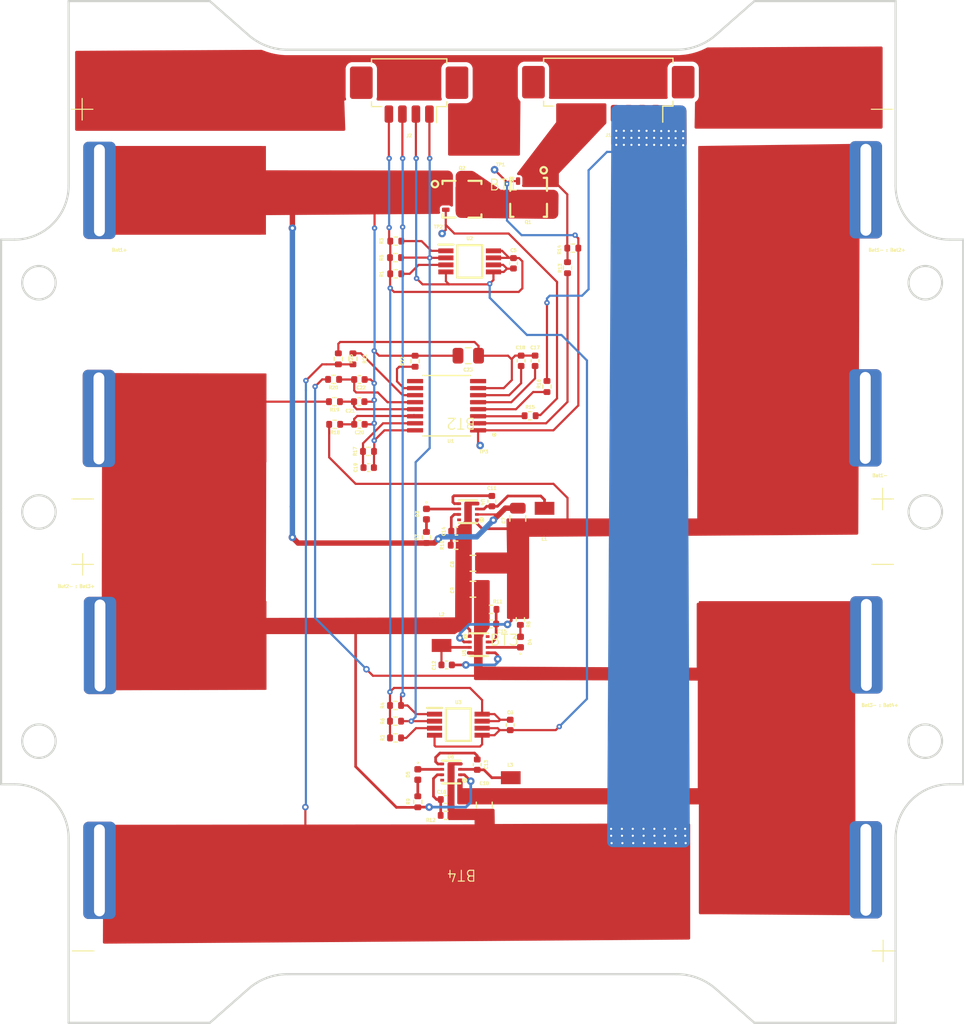
<source format=kicad_pcb>
(kicad_pcb (version 20240108) (generator "pcbnew") (generator_version "8.0")
  (layers (0 "F.Cu" signal) (31 "B.Cu" signal) (34 "B.Paste" user) (35 "F.Paste" user) (36 "B.SilkS" user "B.Silkscreen") (37 "F.SilkS" user "F.Silkscreen") (38 "B.Mask" user) (39 "F.Mask" user) (44 "Edge.Cuts" user))
  (net 0 "")
  (net 1 "/isen_sda")
  (net 2 "GND")
  (net 3 "Net-(U3-ALERT)")
  (net 4 "/BAT1+")
  (net 5 "Net-(U1-CDT)")
  (net 6 "Net-(U1-VSS)")
  (net 7 "Net-(U1-CCT)")
  (net 8 "Net-(U1-VC1)")
  (net 9 "Net-(U1-VC2)")
  (net 10 "Net-(U1-VC3)")
  (net 11 "Net-(U1-VC4)")
  (net 12 "/PAK-")
  (net 13 "/PAK+")
  (net 14 "Net-(Q1-D)")
  (net 15 "Net-(Q1-G)")
  (net 16 "Net-(Q2-G)")
  (net 17 "Net-(U1-VMP)")
  (net 18 "Net-(U1-DOP)")
  (net 19 "Net-(U1-VINI)")
  (net 20 "Net-(U1-CTL)")
  (net 21 "Net-(U1-SEL)")
  (net 24 "/BAT1-")
  (net 25 "/vcc")
  (net 26 "/isen_scl")
  (net 27 "Net-(U2-ALERT)")
  (net 28 "/BAT2-")
  (net 29 "/BAT3-")
  (net 30 "Net-(D5-K)")
  (net 31 "Net-(U6-ISET)")
  (net 32 "Net-(U6-BIAS)")
  (net 34 "Net-(U6-SW)")
  (net 35 "Net-(D4-K)")
  (net 36 "Net-(U5-ISET)")
  (net 38 "Net-(U5-SW)")
  (net 39 "Net-(U5-BIAS)")
  (net 40 "Net-(U4-BIAS)")
  (net 41 "Net-(D3-K)")
  (net 43 "Net-(U4-ISET)")
  (net 44 "Net-(U4-SW)")
  (net 45 "Net-(D3-A)")
  (net 46 "Net-(D4-A)")
  (net 47 "Net-(D5-A)")
  (footprint "Resistor_SMD:R_0402_1005Metric" (layer "F.Cu") (at 122.86 91.596291 180)
    (property "Reference" "R18")
    (property "Value" "1k")
  )
  (footprint "Resistor_SMD:R_0402_1005Metric" (layer "F.Cu") (at 131.35 102.06 -90)
    (property "Reference" "R7")
    (property "Value" "1.8k")
  )
  (footprint "Resistor_SMD:R_0402_1005Metric" (layer "F.Cu") (at 140.9418 90.8)
    (property "Reference" "R15")
    (property "Value" "4.7k")
  )
  (footprint "LED_SMD:LED_0402_1005Metric" (layer "F.Cu") (at 131.35 99.9 -90)
    (property "Reference" "D3")
    (property "Value" "LED")
  )
  (footprint "Capacitor_SMD:C_0402_1005Metric" (layer "F.Cu") (at 125.15 87.45 180)
    (property "Reference" "C22")
    (property "Value" "0.1uF")
  )
  (footprint "SSS Footprint Library:INDC 2016 X100" (layer "F.Cu") (at 142.275 100.225 90)
    (property "Reference" "L1")
    (property "Value" "1uH")
  )
  (footprint "Resistor_SMD:R_0402_1005Metric" (layer "F.Cu") (at 128.515 74.65 180)
    (property "Reference" "R3")
    (property "Value" "4.7k")
  )
  (footprint "Resistor_SMD:R_0402_1005Metric" (layer "F.Cu") (at 142.5 88.1 -90)
    (property "Reference" "R16")
    (property "Value" "1k")
  )
  (footprint "Resistor_SMD:R_0402_1005Metric" (layer "F.Cu") (at 137.32 108.71 180)
    (property "Reference" "R11")
    (property "Value" "200k")
  )
  (footprint "Capacitor_SMD:C_0402_1005Metric" (layer "F.Cu") (at 140.1092 85.72 90)
    (property "Reference" "C18")
    (property "Value" "0.1uF")
  )
  (footprint "Capacitor_SMD:C_0402_1005Metric" (layer "F.Cu") (at 139.4 76.7 -90)
    (property "Reference" "C5")
    (property "Value" "100nF")
  )
  (footprint "SSS Footprint Library:TM275 nw" (layer "F.Cu") (at 135.35 76.525)
    (property "Reference" "U2")
    (property "Value" "TMP275" (hide yes))
  )
  (footprint "Capacitor_SMD:C_0402_1005Metric" (layer "F.Cu") (at 125.15 91.596291 180)
    (property "Reference" "C20")
    (property "Value" "0.1uF")
  )
  (footprint "Resistor_SMD:R_0402_1005Metric" (layer "F.Cu") (at 144.89 75.3 180)
    (property "Reference" "R14")
    (property "Value" "1M")
  )
  (footprint "Connector_Molex:Molex_PicoBlade_53261-0871_1x08-1MP_P1.25mm_Horizontal" (layer "F.Cu") (at 148.175 60.45 180)
    (property "Reference" "J1")
    (property "Value" "53261-0871")
  )
  (footprint "SSS Footprint Library:SSS ETA3000D21" (layer "F.Cu") (at 132.3325 123.7575 90)
    (property "Reference" "U6")
    (property "Value" "ETA3000D2I")
  )
  (footprint "Resistor_SMD:R_0402_1005Metric" (layer "F.Cu") (at 124.55 85.54 -90)
    (property "Reference" "R21")
    (property "Value" "1k")
  )
  (footprint "Resistor_SMD:R_0402_1005Metric" (layer "F.Cu") (at 133.175 127.765)
    (property "Reference" "R12")
    (property "Value" "200k")
  )
  (footprint "Resistor_SMD:R_0402_1005Metric" (layer "F.Cu") (at 144.4 77.11 90)
    (property "Reference" "R13")
    (property "Value" "4.7k")
  )
  (footprint "SSS Footprint Library:SSS ETA3000D21" (layer "F.Cu") (at 133.895 99.68 90)
    (property "Reference" "U4")
    (property "Value" "ETA3000D2I")
  )
  (footprint "Resistor_SMD:R_0402_1005Metric" (layer "F.Cu") (at 128.49 119.05 180)
    (property "Reference" "R6")
    (property "Value" "4.7k")
  )
  (footprint "Capacitor_SMD:C_0402_1005Metric" (layer "F.Cu") (at 125.13 89.5 180)
    (property "Reference" "C21")
    (property "Value" "0.1uF")
  )
  (footprint "Resistor_SMD:R_0402_1005Metric" (layer "F.Cu") (at 128.49 120.6 180)
    (property "Reference" "R2")
    (property "Value" "4.7k")
  )
  (footprint "Capacitor_SMD:C_0402_1005Metric" (layer "F.Cu") (at 126.01 95.6 180)
    (property "Reference" "C19")
    (property "Value" "0.1uF")
  )
  (footprint "SSS Footprint Library:SSS_0402_PMOS" (layer "F.Cu") (at 140.8 70.6 -90)
    (property "Reference" "Q1")
    (property "Value" "AONR21321")
  )
  (footprint "Capacitor_SMD:C_0805_2012Metric" (layer "F.Cu") (at 135.22 85.25)
    (property "Reference" "C23")
    (property "Value" "10uF")
  )
  (footprint "Capacitor_SMD:C_0805_2012Metric" (layer "F.Cu") (at 135.65 106.85)
    (property "Reference" "C9")
    (property "Value" "10uF")
  )
  (footprint "SSS Footprint Library:SSS ETA3000D21" (layer "F.Cu") (at 137.486117 111.975 -90)
    (property "Reference" "U5")
    (property "Value" "ETA3000D2I")
  )
  (footprint "Resistor_SMD:R_0402_1005Metric" (layer "F.Cu") (at 128.49 76.175 180)
    (property "Reference" "R5")
    (property "Value" "4.7k")
  )
  (footprint "Capacitor_SMD:C_0805_2012Metric" (layer "F.Cu") (at 136.7 126.8 -90)
    (property "Reference" "C10")
    (property "Value" "10uF")
  )
  (footprint "SSS Footprint Library:TM275 nw" (layer "F.Cu") (at 134.3 119.375)
    (property "Reference" "U3")
    (property "Value" "TMP275" (hide yes))
  )
  (footprint "SSS Footprint Library:INDC 2016 X100" (layer "F.Cu") (at 132.75 111.19 -90)
    (property "Reference" "L2")
    (property "Value" "1uH")
  )
  (footprint "LED_SMD:LED_0402_1005Metric" (layer "F.Cu") (at 140.05 111.735 90)
    (property "Reference" "D4")
    (property "Value" "LED")
  )
  (footprint "Capacitor_SMD:C_0402_1005Metric" (layer "F.Cu") (at 133.15 126.29 180)
    (property "Reference" "C16")
    (property "Value" "1nF")
  )
  (footprint "Resistor_SMD:R_0402_1005Metric" (layer "F.Cu") (at 130.55 126.51 -90)
    (property "Reference" "R9")
    (property "Value" "1.8k")
  )
  (footprint "Resistor_SMD:R_0402_1005Metric" (layer "F.Cu") (at 128.51 77.675 180)
    (property "Reference" "R1")
    (property "Value" "4.7k")
  )
  (footprint "SSS Lib:bat tabs" (layer "F.Cu") (at 138.5 69.955)
    (property "Reference" "BT1")
    (property "Value" "Battery_Cell")
  )
  (footprint "Capacitor_SMD:C_0402_1005Metric" (layer "F.Cu") (at 133.22 113.85)
    (property "Reference" "C12")
    (property "Value" "10nF")
  )
  (footprint "Resistor_SMD:R_0402_1005Metric" (layer "F.Cu") (at 125.99 94.1)
    (property "Reference" "R17")
    (property "Value" "1k")
  )
  (footprint "Connector_Molex:Molex_PicoBlade_53261-0471_1x04-1MP_P1.25mm_Horizontal" (layer "F.Cu") (at 129.75 60.5 180)
    (property "Reference" "J2")
    (property "Value" "Conn_01x04_Pin")
  )
  (footprint "Resistor_SMD:R_0402_1005Metric" (layer "F.Cu") (at 122.84 89.5 180)
    (property "Reference" "R19")
    (property "Value" "1k")
  )
  (footprint "Capacitor_SMD:C_0402_1005Metric" (layer "F.Cu") (at 141.4 85.72 90)
    (property "Reference" "C17")
    (property "Value" "0.1uF")
  )
  (footprint "Resistor_SMD:R_0402_1005Metric" (layer "F.Cu") (at 134.105 102.7775)
    (property "Reference" "R10")
    (property "Value" "200k")
  )
  (footprint "Resistor_SMD:R_0402_1005Metric" (layer "F.Cu") (at 130.3 85.76 90)
    (property "Reference" "R22")
    (property "Value" "1k")
  )
  (footprint "SSS Footprint Library:INDC 2016 X100" (layer "F.Cu") (at 139.15 125.14 90)
    (property "Reference" "L3")
    (property "Value" "1uH")
  )
  (footprint "SSS Lib:bat tabs" (layer "F.Cu") (at 134.6 132.8 180)
    (property "Reference" "BT4")
    (property "Value" "Battery_Cell")
  )
  (footprint "Capacitor_SMD:C_0402_1005Metric" (layer "F.Cu") (at 134.13 101.4775 180)
    (property "Reference" "C14")
    (property "Value" "1nF")
  )
  (footprint "Capacitor_SMD:C_0402_1005Metric" (layer "F.Cu") (at 136.05 123.07 -90)
    (property "Reference" "C13")
    (property "Value" "10nF")
  )
  (footprint "LED_SMD:LED_0402_1005Metric" (layer "F.Cu") (at 130.55 123.985 -90)
    (property "Reference" "D5")
    (property "Value" "LED")
  )
  (footprint "Capacitor_SMD:C_0402_1005Metric" (layer "F.Cu") (at 137.32 110.06)
    (property "Reference" "C15")
    (property "Value" "1nF")
  )
  (footprint "SSS Footprint Library:S-8254A (2)" (layer "F.Cu") (at 133.215 89.875 180)
    (property "Reference" "U1")
    (property "Value" "S-8254A")
  )
  (footprint "Resistor_SMD:R_0402_1005Metric" (layer "F.Cu") (at 123.2 85.54 -90)
    (property "Reference" "R23")
    (property "Value" "10")
  )
  (footprint "Resistor_SMD:R_0402_1005Metric" (layer "F.Cu") (at 140.038883 109.635 90)
    (property "Reference" "R8")
    (property "Value" "1.8k")
  )
  (footprint "SSS Lib:bat tabs" (layer "F.Cu") (at 138.55 112.05)
    (property "Reference" "BT3")
    (property "Value" "Battery_Cell")
  )
  (footprint "SSS Lib:bat tabs" (layer "F.Cu") (at 134.55 91 180)
    (property "Reference" "BT2")
    (property "Value" "Battery_Cell")
  )
  (footprint "Capacitor_SMD:C_0402_1005Metric" (layer "F.Cu") (at 139.1 119.4 -90)
    (property "Reference" "C6")
    (property "Value" "100nF")
  )
  (footprint "Capacitor_SMD:C_0805_2012Metric" (layer "F.Cu") (at 139.8 100.3 -90)
    (property "Reference" "C7")
    (property "Value" "10uF")
  )
  (footprint "SSS Footprint Library:SSS_0402_PMOS" (layer "F.Cu") (at 134.636855 70.775)
    (property "Reference" "Q2")
    (property "Value" "AONR21321")
  )
  (footprint "Capacitor_SMD:C_0402_1005Metric" (layer "F.Cu") (at 137.4 98.7 -90)
    (property "Reference" "C11")
    (property "Value" "10nF")
  )
  (footprint "Resistor_SMD:R_0402_1005Metric" (layer "F.Cu") (at 128.49 117.6 180)
    (property "Reference" "R4")
    (property "Value" "4.7k")
  )
  (footprint "Resistor_SMD:R_0402_1005Metric" (layer "F.Cu") (at 122.76 87.44 180)
    (property "Reference" "R20")
    (property "Value" "1k")
  )
  (footprint "Capacitor_SMD:C_0805_2012Metric" (layer "F.Cu") (at 135.65 104.45 180)
    (property "Reference" "C8")
    (property "Value" "10uF")
  )
  (gr_circle (center 177.5 120.9) (end 177.5 119.35) (stroke (width 0.2)) (fill none) (layer "Edge.Cuts"))
  (gr_line (start 158.126902 55.58084) (end 161.688521 52.45) (stroke (width 0.2)) (layer "Edge.Cuts"))
  (gr_line (start 98.25 52.45) (end 111.311479 52.45) (stroke (width 0.2)) (layer "Edge.Cuts"))
  (gr_line (start 111.311479 52.45) (end 114.873095 55.580838) (stroke (width 0.2)) (layer "Edge.Cuts"))
  (gr_line (start 161.688521 52.45) (end 174.75 52.45) (stroke (width 0.2)) (layer "Edge.Cuts"))
  (gr_arc (start 158.126902 55.58084) (mid 156.442417 56.593918) (end 154.509274 56.95) (stroke (width 0.2)) (layer "Edge.Cuts"))
  (gr_line (start 111.311479 146.95) (end 114.873134 143.819128) (stroke (width 0.2)) (layer "Edge.Cuts"))
  (gr_line (start 174.75 146.95) (end 174.75 129.888521) (stroke (width 0.2)) (layer "Edge.Cuts"))
  (gr_circle (center 177.5 78.5) (end 177.5 76.95) (stroke (width 0.2)) (fill none) (layer "Edge.Cuts"))
  (gr_circle (center 95.5 99.7) (end 95.5 98.15) (stroke (width 0.2)) (fill none) (layer "Edge.Cuts"))
  (gr_circle (center 95.5 120.9) (end 95.5 119.35) (stroke (width 0.2)) (fill none) (layer "Edge.Cuts"))
  (gr_line (start 161.688521 146.95) (end 174.75 146.95) (stroke (width 0.2)) (layer "Edge.Cuts"))
  (gr_arc (start 98.25 69.51148) (mid 96.785534 73.047014) (end 93.25 74.51148) (stroke (width 0.2)) (layer "Edge.Cuts"))
  (gr_line (start 98.25 146.95) (end 111.311479 146.95) (stroke (width 0.2)) (layer "Edge.Cuts"))
  (gr_arc (start 114.873134 143.819128) (mid 116.563984 142.803652) (end 118.50437 142.45) (stroke (width 0.2)) (layer "Edge.Cuts"))
  (gr_line (start 92 99.7) (end 92 74.511479) (stroke (width 0.2)) (layer "Edge.Cuts"))
  (gr_line (start 181 124.888521) (end 181 99.7) (stroke (width 0.2)) (layer "Edge.Cuts"))
  (gr_line (start 98.25 69.51148) (end 98.25 52.45) (stroke (width 0.2)) (layer "Edge.Cuts"))
  (gr_line (start 158.126866 143.819128) (end 161.688521 146.95) (stroke (width 0.2)) (layer "Edge.Cuts"))
  (gr_circle (center 95.5 78.5) (end 95.5 76.95) (stroke (width 0.2)) (fill none) (layer "Edge.Cuts"))
  (gr_line (start 179.749999 124.888521) (end 181 124.888521) (stroke (width 0.2)) (layer "Edge.Cuts"))
  (gr_line (start 181 74.511479) (end 181 99.7) (stroke (width 0.2)) (layer "Edge.Cuts"))
  (gr_arc (start 93.25 124.888521) (mid 96.785534 126.352987) (end 98.25 129.88852) (stroke (width 0.2)) (layer "Edge.Cuts"))
  (gr_line (start 118.50437 142.45) (end 154.495629 142.45) (stroke (width 0.2)) (layer "Edge.Cuts"))
  (gr_arc (start 179.75 74.511479) (mid 176.214467 73.047013) (end 174.75 69.51148) (stroke (width 0.2)) (layer "Edge.Cuts"))
  (gr_circle (center 177.5 99.7) (end 177.5 98.15) (stroke (width 0.2)) (fill none) (layer "Edge.Cuts"))
  (gr_arc (start 154.495629 142.45) (mid 156.436015 142.803652) (end 158.126866 143.819128) (stroke (width 0.2)) (layer "Edge.Cuts"))
  (gr_line (start 174.75 52.45) (end 174.75 69.51148) (stroke (width 0.2)) (layer "Edge.Cuts"))
  (gr_line (start 118.50443 56.95) (end 154.509274 56.95) (stroke (width 0.2)) (layer "Edge.Cuts"))
  (gr_arc (start 118.50443 56.95) (mid 116.563992 56.596339) (end 114.873095 55.580838) (stroke (width 0.2)) (layer "Edge.Cuts"))
  (gr_line (start 98.25 129.88852) (end 98.25 146.95) (stroke (width 0.2)) (layer "Edge.Cuts"))
  (gr_arc (start 174.75 129.888521) (mid 176.214466 126.352987) (end 179.749999 124.888521) (stroke (width 0.2)) (layer "Edge.Cuts"))
  (gr_line (start 92 74.511479) (end 93.25 74.511479) (stroke (width 0.2)) (layer "Edge.Cuts"))
  (gr_line (start 92 124.888521) (end 93.25 124.888521) (stroke (width 0.2)) (layer "Edge.Cuts"))
  (gr_line (start 93.25 74.51148) (end 93.25 74.511479) (stroke (width 0.2)) (layer "Edge.Cuts"))
  (gr_line (start 179.75 74.511479) (end 181 74.511479) (stroke (width 0.2)) (layer "Edge.Cuts"))
  (gr_line (start 92 99.7) (end 92 124.888521) (stroke (width 0.2)) (layer "Edge.Cuts"))
  (gr_text "Bat1-" (at 172.55 96.5 0) (layer "F.SilkS") (effects (font (size 0.3 0.3) (thickness 0.3) (bold yes)) (justify left bottom)))
  (gr_text "Bat1+" (at 102.2 75.65 0) (layer "F.SilkS") (effects (font (size 0.3 0.3) (thickness 0.3) (bold yes)) (justify left bottom)))
  (gr_text "TP3" (at 136.2 94.3 0) (layer "F.SilkS") (effects (font (size 0.3 0.3) (thickness 0.075) (bold yes)) (justify left bottom)))
  (gr_text "TP2" (at 132 73.5 0) (layer "F.SilkS") (effects (font (size 0.3 0.3) (thickness 0.075) (bold yes)) (justify left bottom)))
  (gr_text "TP1" (at 137.75 67.75 0) (layer "F.SilkS") (effects (font (size 0.3 0.3) (thickness 0.075) (bold yes)) (justify left bottom)))
  (gr_text "Bat3- : Bat4+" (at 171.55 117.75 0) (layer "F.SilkS") (effects (font (size 0.3 0.3) (thickness 0.3)) (justify left bottom)))
  (gr_text "Bat1- : Bat2+" (at 172.2 75.65 0) (layer "F.SilkS") (effects (font (size 0.3 0.3) (thickness 0.3)) (justify left bottom)))
  (gr_text "Bat2- : Bat3+" (at 97.2 106.75 0) (layer "F.SilkS") (effects (font (size 0.3 0.3) (thickness 0.3)) (justify left bottom)))
  (segment (start 129 116.75) (end 129 117.6) (width 0.2) (layer "F.Cu") (net 1))
  (segment (start 129.15 73.35) (end 129.15 74.525) (width 0.2) (layer "F.Cu") (net 1))
  (segment (start 129.6 117.6) (end 130.4 118.4) (width 0.2) (layer "F.Cu") (net 1))
  (segment (start 129.15 116.6) (end 129 116.75) (width 0.2) (layer "F.Cu") (net 1))
  (segment (start 130.9 74.65) (end 129.025 74.65) (width 0.2) (layer "F.Cu") (net 1))
  (segment (start 129 117.6) (end 129.6 117.6) (width 0.2) (layer "F.Cu") (net 1))
  (segment (start 129.15 74.525) (end 129.025 74.65) (width 0.2) (layer "F.Cu") (net 1))
  (segment (start 129.125 66.975) (end 129.125 62.9) (width 0.2) (layer "F.Cu") (net 1))
  (segment (start 130.4 118.4) (end 132.1 118.4) (width 0.2) (layer "F.Cu") (net 1))
  (segment (start 129.175 74.5) (end 129.025 74.65) (width 0.2) (layer "F.Cu") (net 1))
  (segment (start 129.15 67) (end 129.125 66.975) (width 0.2) (layer "F.Cu") (net 1))
  (segment (start 131.8 75.55) (end 133.15 75.55) (width 0.2) (layer "F.Cu") (net 1))
  (segment (start 131.8 75.55) (end 130.9 74.65) (width 0.2) (layer "F.Cu") (net 1))
  (via (at 129.15 67) (size 0.5) (drill 0.2) (layers "F.Cu" "B.Cu") (net 1))
  (via (at 129.15 73.35) (size 0.5) (drill 0.2) (layers "F.Cu" "B.Cu") (net 1))
  (via (at 129.15 116.6) (size 0.5) (drill 0.2) (layers "F.Cu" "B.Cu") (net 1))
  (segment (start 129.15 73.25) (end 129.15 73.35) (width 0.2) (layer "B.Cu") (net 1))
  (segment (start 129.15 116.6) (end 129.15 73.35) (width 0.2) (layer "B.Cu") (net 1))
  (segment (start 129.15 67) (end 129.15 73.25) (width 0.2) (layer "B.Cu") (net 1))
  (segment (start 133.14 78.35) (end 133.44 78.65) (width 0.2) (layer "F.Cu") (net 2))
  (segment (start 138.12 119.88) (end 139.1 119.88) (width 0.2) (layer "F.Cu") (net 2))
  (segment (start 137.55 76.85) (end 138.45 76.85) (width 0.2) (layer "F.Cu") (net 2))
  (segment (start 143.31 119.88) (end 139.1 119.88) (width 0.2) (layer "F.Cu") (net 2))
  (segment (start 132.1 120.35) (end 132.1 121.3) (width 0.2) (layer "F.Cu") (net 2))
  (segment (start 136.5 120.35) (end 137.65 120.35) (width 0.2) (layer "F.Cu") (net 2))
  (segment (start 133.15 77.5) (end 133.15 78.35) (width 0.2) (layer "F.Cu") (net 2))
  (segment (start 137.65 120.35) (end 138.12 119.88) (width 0.2) (layer "F.Cu") (net 2))
  (segment (start 136.5 120.35) (end 136.5 121.2) (width 0.2) (layer "F.Cu") (net 2))
  (segment (start 132.2 121.4) (end 132.1 121.3) (width 0.2) (layer "F.Cu") (net 2))
  (segment (start 137.14 78.65) (end 133.44 78.65) (width 0.2) (layer "F.Cu") (net 2))
  (segment (start 137.55 77.5) (end 137.55 78.25) (width 0.2) (layer "F.Cu") (net 2))
  (segment (start 137.54 78.25) (end 137.14 78.65) (width 0.2) (layer "F.Cu") (net 2))
  (segment (start 137.55 77.5) (end 138.5 77.5) (width 0.2) (layer "F.Cu") (net 2))
  (segment (start 138.8 77.2) (end 139.38 77.2) (width 0.2) (layer "F.Cu") (net 2))
  (segment (start 136.3 121.4) (end 132.2 121.4) (width 0.2) (layer "F.Cu") (net 2))
  (segment (start 136.5 119.7) (end 137.94 119.7) (width 0.2) (layer "F.Cu") (net 2))
  (segment (start 136.5 121.2) (end 136.3 121.4) (width 0.2) (layer "F.Cu") (net 2))
  (segment (start 137.94 119.7) (end 138.12 119.88) (width 0.2) (layer "F.Cu") (net 2))
  (segment (start 138.5 77.5) (end 138.8 77.2) (width 0.2) (layer "F.Cu") (net 2))
  (segment (start 130.99 78.65) (end 133.44 78.65) (width 0.2) (layer "F.Cu") (net 2))
  (segment (start 130.44 78.1) (end 130.99 78.65) (width 0.2) (layer "F.Cu") (net 2))
  (segment (start 139.38 77.2) (end 139.4 77.18) (width 0.2) (layer "F.Cu") (net 2))
  (segment (start 143.635 119.555) (end 143.31 119.88) (width 0.2) (layer "F.Cu") (net 2))
  (segment (start 138.45 76.85) (end 138.8 77.2) (width 0.2) (layer "F.Cu") (net 2))
  (segment (start 130.4 67) (end 130.375 66.975) (width 0.2) (layer "F.Cu") (net 2))
  (segment (start 130.375 66.975) (end 130.375 62.9) (width 0.2) (layer "F.Cu") (net 2))
  (via (at 130.4 67) (size 0.5) (drill 0.2) (layers "F.Cu" "B.Cu") (net 2))
  (via (at 143.635 119.555) (size 0.5) (drill 0.2) (layers "F.Cu" "B.Cu") (net 2))
  (via (at 137.202775 78.597434) (size 0.5) (drill 0.2) (layers "F.Cu" "B.Cu") (net 2))
  (via (at 130.44 78.1) (size 0.5) (drill 0.2) (layers "F.Cu" "B.Cu") (net 2))
  (segment (start 143.839318 83.33) (end 140.645341 83.33) (width 0.2) (layer "B.Cu") (net 2))
  (segment (start 140.645341 83.33) (end 137.202775 79.887434) (width 0.2) (layer "B.Cu") (net 2))
  (segment (start 143.635 119.555) (end 146.2 116.99) (width 0.2) (layer "B.Cu") (net 2))
  (segment (start 137.202775 79.887434) (end 137.202775 78.597434) (width 0.2) (layer "B.Cu") (net 2))
  (segment (start 130.4 78.05) (end 130.4 67) (width 0.2) (layer "B.Cu") (net 2))
  (segment (start 146.2 85.690682) (end 143.839318 83.33) (width 0.2) (layer "B.Cu") (net 2))
  (segment (start 146.2 116.99) (end 146.2 85.690682) (width 0.2) (layer "B.Cu") (net 2))
  (segment (start 132.1 119.7) (end 130.38 119.7) (width 0.2) (layer "F.Cu") (net 3))
  (segment (start 130.38 119.7) (end 129.48 120.6) (width 0.2) (layer "F.Cu") (net 3))
  (segment (start 129.48 120.6) (end 129 120.6) (width 0.2) (layer "F.Cu") (net 3))
  (segment (start 127.466291 92.15) (end 126.52 93.096291) (width 0.2) (layer "F.Cu") (net 4))
  (segment (start 126.52 93.096291) (end 126.52 94.08) (width 0.2) (layer "F.Cu") (net 4))
  (segment (start 118.95 70.4) (end 118.9 70.35) (width 0.5) (layer "F.Cu") (net 4))
  (segment (start 132.45 102.2) (end 132.0725 102.5775) (width 0.5) (layer "F.Cu") (net 4))
  (segment (start 131.3425 102.5775) (end 131.35 102.57) (width 0.5) (layer "F.Cu") (net 4))
  (segment (start 118.95 102.05) (end 119.4775 102.5775) (width 0.5) (layer "F.Cu") (net 4))
  (segment (start 126.52 84.8) (end 126.97 85.25) (width 0.2) (layer "F.Cu") (net 4))
  (segment (start 126.423709 91.596291) (end 125.63 91.596291) (width 0.2) (layer "F.Cu") (net 4))
  (segment (start 118.95 73.45) (end 118.95 70.4) (width 0.5) (layer "F.Cu") (net 4))
  (segment (start 126.18 87.45) (end 126.52 87.79) (width 0.2) (layer "F.Cu") (net 4))
  (segment (start 138.075 99.925) (end 138.65 99.35) (width 0.5) (layer "F.Cu") (net 4))
  (segment (start 126.52 94.08) (end 126.5 94.1) (width 0.2) (layer "F.Cu") (net 4))
  (segment (start 138.07 99.93) (end 138.075 99.925) (width 0.2) (layer "F.Cu") (net 4))
  (segment (start 132.0725 102.5775) (end 132.065 102.57) (width 0.5) (layer "F.Cu") (net 4))
  (segment (start 125.63 87.45) (end 126.18 87.45) (width 0.2) (layer "F.Cu") (net 4))
  (segment (start 138.65 99.35) (end 139.8 99.35) (width 0.5) (layer "F.Cu") (net 4))
  (segment (start 126.37 89.5) (end 125.61 89.5) (width 0.2) (layer "F.Cu") (net 4))
  (segment (start 136.02 99.93) (end 138.07 99.93) (width 0.2) (layer "F.Cu") (net 4))
  (segment (start 132.065 102.57) (end 131.35 102.57) (width 0.5) (layer "F.Cu") (net 4))
  (segment (start 130.3 85.25) (end 126.97 85.25) (width 0.2) (layer "F.Cu") (net 4))
  (segment (start 126.5 94.1) (end 126.5 95.59) (width 0.2) (layer "F.Cu") (net 4))
  (segment (start 126.55 73.45) (end 126.55 70.7) (width 0.2) (layer "F.Cu") (net 4))
  (segment (start 119.4775 102.5775) (end 131.3425 102.5775) (width 0.5) (layer "F.Cu") (net 4))
  (segment (start 130.3 92.15) (end 127.466291 92.15) (width 0.2) (layer "F.Cu") (net 4))
  (segment (start 134.27 85.25) (end 130.3 85.25) (width 0.2) (layer "F.Cu") (net 4))
  (segment (start 126.52 89.35) (end 126.37 89.5) (width 0.2) (layer "F.Cu") (net 4))
  (segment (start 126.52 91.5) (end 126.423709 91.596291) (width 0.2) (layer "F.Cu") (net 4))
  (segment (start 137.54 100.46) (end 138.075 99.925) (width 0.5) (layer "F.Cu") (net 4))
  (via (at 126.52 84.8) (size 0.5) (drill 0.2) (layers "F.Cu" "B.Cu") (net 4))
  (via (at 132.45 102.2) (size 0.7) (drill 0.3) (layers "F.Cu" "B.Cu") (net 4))
  (via (at 118.95 102.05) (size 0.7) (drill 0.3) (layers "F.Cu" "B.Cu") (net 4))
  (via (at 126.55 73.45) (size 0.5) (drill 0.2) (layers "F.Cu" "B.Cu") (net 4))
  (via (at 118.95 73.45) (size 0.7) (drill 0.3) (layers "F.Cu" "B.Cu") (net 4))
  (via (at 137.54 100.46) (size 0.7) (drill 0.3) (layers "F.Cu" "B.Cu") (net 4))
  (via (at 126.52 93.096291) (size 0.5) (drill 0.2) (layers "F.Cu" "B.Cu") (net 4))
  (via (at 126.52 87.8) (size 0.5) (drill 0.2) (layers "F.Cu" "B.Cu") (net 4))
  (via (at 126.52 91.5) (size 0.5) (drill 0.2) (layers "F.Cu" "B.Cu") (net 4))
  (via (at 126.52 89.35) (size 0.5) (drill 0.2) (layers "F.Cu" "B.Cu") (net 4))
  (segment (start 126.55 84.77) (end 126.52 84.8) (width 0.2) (layer "B.Cu") (net 4))
  (segment (start 118.95 102.05) (end 118.95 99.2) (width 0.5) (layer "B.Cu") (net 4))
  (segment (start 126.52 87.8) (end 126.52 89.35) (width 0.2) (layer "B.Cu") (net 4))
  (segment (start 126.52 91.5) (end 126.52 89.35) (width 0.2) (layer "B.Cu") (net 4))
  (segment (start 136 102) (end 137.54 100.46) (width 0.5) (layer "B.Cu") (net 4))
  (segment (start 126.55 73.45) (end 126.55 84.77) (width 0.2) (layer "B.Cu") (net 4))
  (segment (start 126.47 91.45) (end 126.47 91.421291) (width 0.2) (layer "B.Cu") (net 4))
  (segment (start 126.52 91.5) (end 126.47 91.45) (width 0.2) (layer "B.Cu") (net 4))
  (segment (start 126.52 91.5) (end 126.52 93.096291) (width 0.2) (layer "B.Cu") (net 4))
  (segment (start 132.65 102) (end 136 102) (width 0.5) (layer "B.Cu") (net 4))
  (segment (start 126.52 84.8) (end 126.52 87.8) (width 0.2) (layer "B.Cu") (net 4))
  (segment (start 118.95 99.2) (end 118.95 73.45) (width 0.5) (layer "B.Cu") (net 4))
  (segment (start 132.45 102.2) (end 132.65 102) (width 0.5) (layer "B.Cu") (net 4))
  (segment (start 141.4 87.35) (end 141.4 86.2) (width 0.2) (layer "F.Cu") (net 5))
  (segment (start 139.2 89.55) (end 141.4 87.35) (width 0.2) (layer "F.Cu") (net 5))
  (segment (start 136.13 89.55) (end 139.2 89.55) (width 0.2) (layer "F.Cu") (net 5))
  (segment (start 140.1092 85.24) (end 141.4 85.24) (width 0.2) (layer "F.Cu") (net 6))
  (segment (start 136.17 85.25) (end 136.17 84.35) (width 0.2) (layer "F.Cu") (net 6))
  (segment (start 140.1092 85.24) (end 139.56 85.24) (width 0.2) (layer "F.Cu") (net 6))
  (segment (start 138.5 88.25) (end 136.13 88.25) (width 0.2) (layer "F.Cu") (net 6))
  (segment (start 139.25 85.55) (end 139.25 87.5) (width 0.2) (layer "F.Cu") (net 6))
  (segment (start 138.9 85.25) (end 136.17 85.25) (width 0.2) (layer "F.Cu") (net 6))
  (segment (start 135.8 83.98) (end 123.37 83.98) (width 0.2) (layer "F.Cu") (net 6))
  (segment (start 139.2 85.55) (end 138.9 85.25) (width 0.2) (layer "F.Cu") (net 6))
  (segment (start 123.37 83.98) (end 123.2 84.15) (width 0.2) (layer "F.Cu") (net 6))
  (segment (start 139.56 85.24) (end 139.25 85.55) (width 0.2) (layer "F.Cu") (net 6))
  (segment (start 123.2 84.15) (end 123.2 84.83) (width 0.2) (layer "F.Cu") (net 6))
  (segment (start 136.17 84.35) (end 135.8 83.98) (width 0.2) (layer "F.Cu") (net 6))
  (segment (start 139.25 87.5) (end 138.5 88.25) (width 0.2) (layer "F.Cu") (net 6))
  (segment (start 136.13 88.9) (end 139 88.9) (width 0.2) (layer "F.Cu") (net 7))
  (segment (start 136.1408 88.8892) (end 136.13 88.9) (width 0.2) (layer "F.Cu") (net 7))
  (segment (start 140.1092 87.7908) (end 140.1092 86.2) (width 0.2) (layer "F.Cu") (net 7))
  (segment (start 139 88.9) (end 140.1092 87.7908) (width 0.2) (layer "F.Cu") (net 7))
  (segment (start 136.13 88.9) (end 136.1892 88.9592) (width 0.2) (layer "F.Cu") (net 7))
  (segment (start 127.338473 91.5) (end 125.48 93.358473) (width 0.2) (layer "F.Cu") (net 8))
  (segment (start 125.48 94.1) (end 125.48 95.55) (width 0.2) (layer "F.Cu") (net 8))
  (segment (start 130.3 91.5) (end 127.338473 91.5) (width 0.2) (layer "F.Cu") (net 8))
  (segment (start 125.48 93.358473) (end 125.48 94.1) (width 0.2) (layer "F.Cu") (net 8))
  (segment (start 124.67 91.596291) (end 124.67 91.096291) (width 0.2) (layer "F.Cu") (net 9))
  (segment (start 124.95 90.821291) (end 126.396291 90.821291) (width 0.2) (layer "F.Cu") (net 9))
  (segment (start 124.67 91.096291) (end 124.675 91.096291) (width 0.2) (layer "F.Cu") (net 9))
  (segment (start 126.396291 90.821291) (end 126.4 90.825) (width 0.2) (layer "F.Cu") (net 9))
  (segment (start 130.275 90.825) (end 130.3 90.85) (width 0.2) (layer "F.Cu") (net 9))
  (segment (start 126.4 90.825) (end 130.275 90.825) (width 0.2) (layer "F.Cu") (net 9))
  (segment (start 124.675 91.096291) (end 124.95 90.821291) (width 0.2) (layer "F.Cu") (net 9))
  (segment (start 130.1908 90.7408) (end 130.3 90.85) (width 0.2) (layer "F.Cu") (net 9))
  (segment (start 123.37 91.596291) (end 124.67 91.596291) (width 0.2) (layer "F.Cu") (net 9))
  (segment (start 124.65 89.95) (end 124.65 89.5) (width 0.2) (layer "F.Cu") (net 10))
  (segment (start 124.738866 89.53) (end 124.762732 89.53) (width 0.2) (layer "F.Cu") (net 10))
  (segment (start 124.9 90.2) (end 124.65 89.95) (width 0.2) (layer "F.Cu") (net 10))
  (segment (start 130.3 90.2) (end 124.9 90.2) (width 0.2) (layer "F.Cu") (net 10))
  (segment (start 123.35 89.5) (end 124.65 89.5) (width 0.2) (layer "F.Cu") (net 10))
  (segment (start 124.65 89.5) (end 124.673866 89.5) (width 0.2) (layer "F.Cu") (net 10))
  (segment (start 124.67 88.47) (end 124.67 87.45) (width 0.2) (layer "F.Cu") (net 11))
  (segment (start 124.85 88.65) (end 124.67 88.47) (width 0.2) (layer "F.Cu") (net 11))
  (segment (start 124.67 87.45) (end 123.28 87.45) (width 0.2) (layer "F.Cu") (net 11))
  (segment (start 123.28 87.45) (end 123.27 87.44) (width 0.2) (layer "F.Cu") (net 11))
  (segment (start 127.75 89.55) (end 126.85 88.65) (width 0.2) (layer "F.Cu") (net 11))
  (segment (start 130.3 89.55) (end 127.75 89.55) (width 0.2) (layer "F.Cu") (net 11))
  (segment (start 126.85 88.65) (end 124.85 88.65) (width 0.2) (layer "F.Cu") (net 11))
  (segment (start 123.2 86.05) (end 122.1 86.05) (width 0.2) (layer "F.Cu") (net 12))
  (segment (start 133.65 126.27) (end 133.63 126.29) (width 0.2) (layer "F.Cu") (net 12))
  (segment (start 121.7 86.05) (end 120.2 87.55) (width 0.2) (layer "F.Cu") (net 12))
  (segment (start 142.5 87.59) (end 142.5 80.35) (width 0.2) (layer "F.Cu") (net 12))
  (segment (start 122.1 86.05) (end 121.7 86.05) (width 0.2) (layer "F.Cu") (net 12))
  (segment (start 133.63 127.71) (end 133.685 127.765) (width 0.2) (layer "F.Cu") (net 12))
  (segment (start 124.55 86.05) (end 123.2 86.05) (width 0.2) (layer "F.Cu") (net 12))
  (segment (start 120.15 127) (end 120.15 130.9) (width 0.2) (layer "F.Cu") (net 12))
  (segment (start 133.6325 123.4325) (end 133.6325 123.7575) (width 0.2) (layer "F.Cu") (net 12))
  (via (at 148.913145 65.1) (size 0.5) (drill 0.2) (layers "F.Cu" "B.Cu") (net 12))
  (via (at 155.1 65.78) (size 0.5) (drill 0.2) (layers "F.Cu" "B.Cu") (net 12))
  (via (at 155.1 65.13) (size 0.5) (drill 0.2) (layers "F.Cu" "B.Cu") (net 12))
  (via (at 152.43 129.01) (size 0.5) (drill 0.2) (layers "F.Cu" "B.Cu") (net 12))
  (via (at 152.413145 65.1) (size 0.5) (drill 0.2) (layers "F.Cu" "B.Cu") (net 12))
  (via (at 150.44 129.65) (size 0.5) (drill 0.2) (layers "F.Cu" "B.Cu") (net 12))
  (via (at 154.43 130.33) (size 0.5) (drill 0.2) (layers "F.Cu" "B.Cu") (net 12))
  (via (at 153.07 65.12) (size 0.5) (drill 0.2) (layers "F.Cu" "B.Cu") (net 12))
  (via (at 153.38 129.01) (size 0.5) (drill 0.2) (layers "F.Cu" "B.Cu") (net 12))
  (via (at 154.38 129.01) (size 0.5) (drill 0.2) (layers "F.Cu" "B.Cu") (net 12))
  (via (at 154.4 65.78) (size 0.5) (drill 0.2) (layers "F.Cu" "B.Cu") (net 12))
  (via (at 151.43 129.01) (size 0.5) (drill 0.2) (layers "F.Cu" "B.Cu") (net 12))
  (via (at 142.5 80.35) (size 0.5) (drill 0.2) (layers "F.Cu" "B.Cu") (net 12))
  (via (at 151.013145 65.1) (size 0.5) (drill 0.2) (layers "F.Cu" "B.Cu") (net 12))
  (via (at 150.48 130.33) (size 0.5) (drill 0.2) (layers "F.Cu" "B.Cu") (net 12))
  (via (at 155.1 64.48) (size 0.5) (drill 0.2) (layers "F.Cu" "B.Cu") (net 12))
  (via (at 149.44 129.65) (size 0.5) (drill 0.2) (layers "F.Cu" "B.Cu") (net 12))
  (via (at 120.15 127) (size 0.6) (drill 0.3) (layers "F.Cu" "B.Cu") (net 12))
  (via (at 151.713145 64.45) (size 0.5) (drill 0.2) (layers "F.Cu" "B.Cu") (net 12))
  (via (at 153.07 64.47) (size 0.5) (drill 0.2) (layers "F.Cu" "B.Cu") (net 12))
  (via (at 152.413145 64.45) (size 0.5) (drill 0.2) (layers "F.Cu" "B.Cu") (net 12))
  (via (at 153.43 130.33) (size 0.5) (drill 0.2) (layers "F.Cu" "B.Cu") (net 12))
  (via (at 153.77 64.47) (size 0.5) (drill 0.2) (layers "F.Cu" "B.Cu") (net 12))
  (via (at 151.713145 65.1) (size 0.5) (drill 0.2) (layers "F.Cu" "B.Cu") (net 12))
  (via (at 151.48 130.33) (size 0.5) (drill 0.2) (layers "F.Cu" "B.Cu") (net 12))
  (via (at 154.4 65.13) (size 0.5) (drill 0.2) (layers "F.Cu" "B.Cu") (net 12))
  (via (at 150.313145 65.75) (size 0.5) (drill 0.2) (layers "F.Cu" "B.Cu") (net 12))
  (via (at 149.613145 65.75) (size 0.5) (drill 0.2) (layers "F.Cu" "B.Cu") (net 12))
  (via (at 153.07 65.77) (size 0.5) (drill 0.2) (layers "F.Cu" "B.Cu") (net 12))
  (via (at 153.39 129.65) (size 0.5) (drill 0.2) (layers "F.Cu" "B.Cu") (net 12))
  (via (at 155.29 129.65) (size 0.5) (drill 0.2) (layers "F.Cu" "B.Cu") (net 12))
  (via (at 153.77 65.12) (size 0.5) (drill 0.2) (layers "F.Cu" "B.Cu") (net 12))
  (via (at 148.913145 64.45) (size 0.5) (drill 0.2) (layers "F.Cu" "B.Cu") (net 12))
  (via (at 150.313145 65.1) (size 0.5) (drill 0.2) (layers "F.Cu" "B.Cu") (net 12))
  (via (at 152.44 129.65) (size 0.5) (drill 0.2) (layers "F.Cu" "B.Cu") (net 12))
  (via (at 150.313145 64.45) (size 0.5) (drill 0.2) (layers "F.Cu" "B.Cu") (net 12))
  (via (at 149.43 129.01) (size 0.5) (drill 0.2) (layers "F.Cu" "B.Cu") (net 12))
  (via (at 155.33 130.33) (size 0.5) (drill 0.2) (layers "F.Cu" "B.Cu") (net 12))
  (via (at 151.013145 64.45) (size 0.5) (drill 0.2) (layers "F.Cu" "B.Cu") (net 12))
  (via (at 151.44 129.65) (size 0.5) (drill 0.2) (layers "F.Cu" "B.Cu") (net 12))
  (via (at 148.44 129.65) (size 0.5) (drill 0.2) (layers "F.Cu" "B.Cu") (net 12))
  (via (at 151.013145 65.75) (size 0.5) (drill 0.2) (layers "F.Cu" "B.Cu") (net 12))
  (via (at 148.913145 65.75) (size 0.5) (drill 0.2) (layers "F.Cu" "B.Cu") (net 12))
  (via (at 149.48 130.33) (size 0.5) (drill 0.2) (layers "F.Cu" "B.Cu") (net 12))
  (via (at 151.713145 65.75) (size 0.5) (drill 0.2) (layers "F.Cu" "B.Cu") (net 12))
  (via (at 154.39 129.65) (size 0.5) (drill 0.2) (layers "F.Cu" "B.Cu") (net 12))
  (via (at 149.613145 64.45) (size 0.5) (drill 0.2) (layers "F.Cu" "B.Cu") (net 12))
  (via (at 150.43 129.01) (size 0.5) (drill 0.2) (layers "F.Cu" "B.Cu") (net 12))
  (via (at 152.413145 65.75) (size 0.5) (drill 0.2) (layers "F.Cu" "B.Cu") (net 12))
  (via (at 149.613145 65.1) (size 0.5) (drill 0.2) (layers "F.Cu" "B.Cu") (net 12))
  (via (at 148.48 130.33) (size 0.5) (drill 0.2) (layers "F.Cu" "B.Cu") (net 12))
  (via (at 155.28 129.01) (size 0.5) (drill 0.2) (layers "F.Cu" "B.Cu") (net 12))
  (via (at 154.4 64.48) (size 0.5) (drill 0.2) (layers "F.Cu" "B.Cu") (net 12))
  (via (at 120.2 87.55) (size 0.5) (drill 0.2) (layers "F.Cu" "B.Cu") (net 12))
  (via (at 153.77 65.77) (size 0.5) (drill 0.2) (layers "F.Cu" "B.Cu") (net 12))
  (via (at 152.48 130.33) (size 0.5) (drill 0.2) (layers "F.Cu" "B.Cu") (net 12))
  (via (at 148.43 129.01) (size 0.5) (drill 0.2) (layers "F.Cu" "B.Cu") (net 12))
  (segment (start 142.75 79.7) (end 145.75 79.7) (width 0.2) (layer "B.Cu") (net 12))
  (segment (start 146.35 68.1) (end 148.05 66.4) (width 0.2) (layer "B.Cu") (net 12))
  (segment (start 142.5 80.35) (end 142.5 79.95) (width 0.2) (layer "B.Cu") (net 12))
  (segment (start 120.2 126.95) (end 120.15 127) (width 0.2) (layer "B.Cu") (net 12))
  (segment (start 120.2 88.45) (end 120.2 126.95) (width 0.2) (layer "B.Cu") (net 12))
  (segment (start 146.35 79.1) (end 146.35 68.1) (width 0.2) (layer "B.Cu") (net 12))
  (segment (start 142.5 79.95) (end 142.75 79.7) (width 0.2) (layer "B.Cu") (net 12))
  (segment (start 120.2 87.55) (end 120.2 88.45) (width 0.2) (layer "B.Cu") (net 12))
  (segment (start 145.75 79.7) (end 146.35 79.1) (width 0.2) (layer "B.Cu") (net 12))
  (segment (start 148.05 66.4) (end 148.913145 66.4) (width 0.2) (layer "B.Cu") (net 12))
  (segment (start 141.775 69.1) (end 143.15 69.1) (width 0.2) (layer "F.Cu") (net 13))
  (segment (start 144.4 76.6) (end 144.4 75.32) (width 0.2) (layer "F.Cu") (net 13))
  (segment (start 144.4 75.32) (end 144.38 75.3) (width 0.2) (layer "F.Cu") (net 13))
  (segment (start 143.15 69.1) (end 144.38 70.33) (width 0.2) (layer "F.Cu") (net 13))
  (segment (start 144.38 70.33) (end 144.38 75.3) (width 0.2) (layer "F.Cu") (net 13))
  (segment (start 138.8 69.2) (end 137.65 68.05) (width 0.2) (layer "F.Cu") (net 15))
  (segment (start 145.1 74.1) (end 145.4 74.4) (width 0.2) (layer "F.Cu") (net 15))
  (segment (start 136.13 92.15) (end 136.13 93.36) (width 0.2) (layer "F.Cu") (net 15))
  (segment (start 138.8 69.35) (end 138.8 69.2) (width 0.2) (layer "F.Cu") (net 15))
  (segment (start 136.13 92.15) (end 143.1 92.15) (width 0.2) (layer "F.Cu") (net 15))
  (segment (start 143.1 92.15) (end 145.4 89.85) (width 0.2) (layer "F.Cu") (net 15))
  (segment (start 139.05 69.1) (end 139.825 69.1) (width 0.2) (layer "F.Cu") (net 15))
  (segment (start 138.8 69.35) (end 139.05 69.1) (width 0.2) (layer "F.Cu") (net 15))
  (segment (start 145.4 89.85) (end 145.4 75.3) (width 0.2) (layer "F.Cu") (net 15))
  (segment (start 145.4 74.4) (end 145.4 75.3) (width 0.2) (layer "F.Cu") (net 15))
  (segment (start 136.13 93.36) (end 136.32 93.55) (width 0.2) (layer "F.Cu") (net 15))
  (via (at 136.32 93.55) (size 0.7) (drill 0.3) (layers "F.Cu" "B.Cu") (net 15))
  (via (at 138.8 69.35) (size 0.5) (drill 0.2) (layers "F.Cu" "B.Cu") (net 15))
  (via (at 137.65 68.05) (size 0.7) (drill 0.3) (layers "F.Cu" "B.Cu") (net 15))
  (via (at 145.1 74.1) (size 0.5) (drill 0.2) (layers "F.Cu" "B.Cu") (net 15))
  (segment (start 138.8 72.75) (end 140.15 74.1) (width 0.2) (layer "B.Cu") (net 15))
  (segment (start 140.15 74.1) (end 145.1 74.1) (width 0.2) (layer "B.Cu") (net 15))
  (segment (start 138.8 69.35) (end 138.8 72.75) (width 0.2) (layer "B.Cu") (net 15))
  (segment (start 143.43 78.55) (end 143.43 89.2) (width 0.2) (layer "F.Cu") (net 16))
  (segment (start 133.136855 73.15) (end 133.136855 72.536855) (width 0.2) (layer "F.Cu") (net 16))
  (segment (start 133.936855 73.95) (end 133.136855 73.15) (width 0.2) (layer "F.Cu") (net 16))
  (segment (start 133.136855 72.536855) (end 133.136855 71.75) (width 0.2) (layer "F.Cu") (net 16))
  (segment (start 133.136855 73.613145) (end 133.136855 73.15) (width 0.2) (layer "F.Cu") (net 16))
  (segment (start 141.4518 90.7408) (end 141.8892 90.7408) (width 0.2) (layer "F.Cu") (net 16))
  (segment (start 138.95 73.95) (end 133.936855 73.95) (width 0.2) (layer "F.Cu") (net 16))
  (segment (start 132.8 73.95) (end 133.136855 73.613145) (width 0.2) (layer "F.Cu") (net 16))
  (segment (start 138.95 73.95) (end 143.43 78.43) (width 0.2) (layer "F.Cu") (net 16))
  (segment (start 141.8892 90.7408) (end 143.43 89.2) (width 0.2) (layer "F.Cu") (net 16))
  (segment (start 143.43 78.43) (end 143.43 78.55) (width 0.2) (layer "F.Cu") (net 16))
  (via (at 132.8 73.95) (size 0.7) (drill 0.3) (layers "F.Cu" "B.Cu") (net 16))
  (segment (start 144.4 89.52) (end 144.4 77.62) (width 0.2) (layer "F.Cu") (net 17))
  (segment (start 142.42 91.5) (end 144.4 89.52) (width 0.2) (layer "F.Cu") (net 17))
  (segment (start 136.23 91.6) (end 136.13 91.5) (width 0.2) (layer "F.Cu") (net 17))
  (segment (start 136.13 91.5) (end 142.42 91.5) (width 0.2) (layer "F.Cu") (net 17))
  (segment (start 136.205 90.925) (end 136.13 90.85) (width 0.2) (layer "F.Cu") (net 18))
  (segment (start 140.3818 90.85) (end 140.4318 90.8) (width 0.2) (layer "F.Cu") (net 18))
  (segment (start 136.13 90.85) (end 140.3818 90.85) (width 0.2) (layer "F.Cu") (net 18))
  (segment (start 136.1392 90.2092) (end 136.13 90.2) (width 0.2) (layer "F.Cu") (net 19))
  (segment (start 141.22 88.61) (end 142.5 88.61) (width 0.2) (layer "F.Cu") (net 19))
  (segment (start 136.13 90.2) (end 139.63 90.2) (width 0.2) (layer "F.Cu") (net 19))
  (segment (start 139.63 90.2) (end 141.22 88.61) (width 0.2) (layer "F.Cu") (net 19))
  (segment (start 125.28 85.03) (end 124.55 85.03) (width 0.2) (layer "F.Cu") (net 20))
  (segment (start 129.15 88.9) (end 125.28 85.03) (width 0.2) (layer "F.Cu") (net 20))
  (segment (start 130.3 88.9) (end 129.15 88.9) (width 0.2) (layer "F.Cu") (net 20))
  (segment (start 128.625 87.625) (end 128.625 86.475) (width 0.2) (layer "F.Cu") (net 21))
  (segment (start 130.3 88.25) (end 129.25 88.25) (width 0.2) (layer "F.Cu") (net 21))
  (segment (start 129.25 88.25) (end 128.625 87.625) (width 0.2) (layer "F.Cu") (net 21))
  (segment (start 128.625 86.475) (end 128.83 86.27) (width 0.2) (layer "F.Cu") (net 21))
  (segment (start 128.83 86.27) (end 130.3 86.27) (width 0.2) (layer "F.Cu") (net 21))
  (segment (start 134.45 111.35) (end 134.825 111.725) (width 0.25) (layer "F.Cu") (net 24))
  (segment (start 136.02 100.77) (end 136.5 101.25) (width 0.25) (layer "F.Cu") (net 24))
  (segment (start 139.2 109.75) (end 139.2 109) (width 0.25) (layer "F.Cu") (net 24))
  (segment (start 122.35 91.596291) (end 122.35 94.65) (width 0.2) (layer "F.Cu") (net 24))
  (segment (start 172 69.905) (end 160.55 69.905) (width 0.2) (layer "F.Cu") (net 24))
  (segment (start 136.02 100.43) (end 136.02 100.77) (width 0.25) (layer "F.Cu") (net 24))
  (segment (start 144.4 98.4) (end 144.4 101.2) (width 0.2) (layer "F.Cu") (net 24))
  (segment (start 138.85 110.1) (end 139.2 109.75) (width 0.25) (layer "F.Cu") (net 24))
  (segment (start 143.1 97.1) (end 144.4 98.4) (width 0.2) (layer "F.Cu") (net 24))
  (segment (start 160.55 69.905) (end 160.5 69.955) (width 0.2) (layer "F.Cu") (net 24))
  (segment (start 124.8 97.1) (end 143.1 97.1) (width 0.2) (layer "F.Cu") (net 24))
  (segment (start 136.5 101.25) (end 139.8 101.25) (width 0.25) (layer "F.Cu") (net 24))
  (segment (start 134.825 111.725) (end 135.361117 111.725) (width 0.25) (layer "F.Cu") (net 24))
  (segment (start 122.35 94.65) (end 124.8 97.1) (width 0.2) (layer "F.Cu") (net 24))
  (via (at 138.85 110.1) (size 0.7) (drill 0.3) (layers "F.Cu" "B.Cu") (net 24))
  (via (at 134.45 111.35) (size 0.7) (drill 0.3) (layers "F.Cu" "B.Cu") (net 24))
  (segment (start 134.45 111.35) (end 134.45 110.95) (width 0.25) (layer "B.Cu") (net 24))
  (segment (start 134.45 110.95) (end 135.3 110.1) (width 0.25) (layer "B.Cu") (net 24))
  (segment (start 135.3 110.1) (end 138.85 110.1) (width 0.25) (layer "B.Cu") (net 24))
  (segment (start 136.5 117.1) (end 136.5 118.4) (width 0.2) (layer "F.Cu") (net 25))
  (segment (start 127.98 119.05) (end 127.98 120.6) (width 0.2) (layer "F.Cu") (net 25))
  (segment (start 138.35 75.55) (end 139 76.2) (width 0.2) (layer "F.Cu") (net 25))
  (segment (start 139.4 76.22) (end 139.92 76.22) (width 0.2) (layer "F.Cu") (net 25))
  (segment (start 128 76.195) (end 127.98 76.175) (width 0.2) (layer "F.Cu") (net 25))
  (segment (start 135.375 115.975) (end 136.5 117.1) (width 0.2) (layer "F.Cu") (net 25))
  (segment (start 136.5 119.05) (end 138.04 119.05) (width 0.2) (layer "F.Cu") (net 25))
  (segment (start 127.975 116.35) (end 127.98 116.355) (width 0.2) (layer "F.Cu") (net 25))
  (segment (start 137.55 76.2) (end 139 76.2) (width 0.2) (layer "F.Cu") (net 25))
  (segment (start 137.65 75.45) (end 137.55 75.55) (width 0.2) (layer "F.Cu") (net 25))
  (segment (start 127.98 117.6) (end 127.98 119.05) (width 0.2) (layer "F.Cu") (net 25))
  (segment (start 139.92 76.22) (end 140.225 76.525) (width 0.2) (layer "F.Cu") (net 25))
  (segment (start 128.35 79.35) (end 139.89 79.35) (width 0.2) (layer "F.Cu") (net 25))
  (segment (start 140.225 76.525) (end 140.225 79.025) (width 0.2) (layer "F.Cu") (net 25))
  (segment (start 137.55 75.55) (end 138.35 75.55) (width 0.2) (layer "F.Cu") (net 25))
  (segment (start 127.98 116.355) (end 127.98 117.6) (width 0.2) (layer "F.Cu") (net 25))
  (segment (start 127.99 78.99) (end 128 79) (width 0.2) (layer "F.Cu") (net 25))
  (segment (start 139 76.2) (end 139.38 76.2) (width 0.2) (layer "F.Cu") (net 25))
  (segment (start 138.04 119.05) (end 138.17 118.92) (width 0.2) (layer "F.Cu") (net 25))
  (segment (start 136.5 118.4) (end 137.65 118.4) (width 0.2) (layer "F.Cu") (net 25))
  (segment (start 128 79) (end 128.35 79.35) (width 0.2) (layer "F.Cu") (net 25))
  (segment (start 138.17 118.92) (end 139.1 118.92) (width 0.2) (layer "F.Cu") (net 25))
  (segment (start 128 77.675) (end 128 76.195) (width 0.2) (layer "F.Cu") (net 25))
  (segment (start 127.975 116.35) (end 128.35 115.975) (width 0.2) (layer "F.Cu") (net 25))
  (segment (start 128.005 74.65) (end 128.005 76.15) (width 0.2) (layer "F.Cu") (net 25))
  (segment (start 127.9 73.4) (end 127.9 74.545) (width 0.2) (layer "F.Cu") (net 25))
  (segment (start 128.005 76.15) (end 127.98 76.175) (width 0.2) (layer "F.Cu") (net 25))
  (segment (start 128.35 115.975) (end 135.375 115.975) (width 0.2) (layer "F.Cu") (net 25))
  (segment (start 127.9 67) (end 127.875 66.975) (width 0.2) (layer "F.Cu") (net 25))
  (segment (start 137.65 118.4) (end 138.17 118.92) (width 0.2) (layer "F.Cu") (net 25))
  (segment (start 127.99 77.675) (end 127.99 78.99) (width 0.2) (layer "F.Cu") (net 25))
  (segment (start 139.89 79.35) (end 140.215 79.025) (width 0.2) (layer "F.Cu") (net 25))
  (segment (start 127.9 74.545) (end 128.005 74.65) (width 0.2) (layer "F.Cu") (net 25))
  (segment (start 139.13 118.95) (end 139.1 118.92) (width 0.2) (layer "F.Cu") (net 25))
  (segment (start 139.38 76.2) (end 139.4 76.22) (width 0.2) (layer "F.Cu") (net 25))
  (segment (start 127.875 66.975) (end 127.875 62.9) (width 0.2) (layer "F.Cu") (net 25))
  (via (at 128 79) (size 0.5) (drill 0.2) (layers "F.Cu" "B.Cu") (net 25))
  (via (at 127.9 73.4) (size 0.5) (drill 0.2) (layers "F.Cu" "B.Cu") (net 25))
  (via (at 127.9 67) (size 0.5) (drill 0.2) (layers "F.Cu" "B.Cu") (net 25))
  (via (at 127.975 116.35) (size 0.5) (drill 0.2) (layers "F.Cu" "B.Cu") (net 25))
  (segment (start 127.975 116.35) (end 128 116.325) (width 0.2) (layer "B.Cu") (net 25))
  (segment (start 127.9 67) (end 127.9 73.4) (width 0.2) (layer "B.Cu") (net 25))
  (segment (start 128 116.325) (end 128 79) (width 0.2) (layer "B.Cu") (net 25))
  (segment (start 131.625 66.975) (end 131.65 67) (width 0.2) (layer "F.Cu") (net 26))
  (segment (start 131.65 76.2) (end 133.15 76.2) (width 0.2) (layer "F.Cu") (net 26))
  (segment (start 131.625 76.175) (end 129 76.175) (width 0.2) (layer "F.Cu") (net 26))
  (segment (start 131.65 76.2) (end 131.625 76.175) (width 0.2) (layer "F.Cu") (net 26))
  (segment (start 129.95 119.05) (end 132.1 119.05) (width 0.2) (layer "F.Cu") (net 26))
  (segment (start 131.625 62.9) (end 131.625 66.975) (width 0.2) (layer "F.Cu") (net 26))
  (segment (start 129.95 119.05) (end 129 119.05) (width 0.2) (layer "F.Cu") (net 26))
  (via (at 131.65 76.2) (size 0.5) (drill 0.2) (layers "F.Cu" "B.Cu") (net 26))
  (via (at 129.95 119.05) (size 0.5) (drill 0.2) (layers "F.Cu" "B.Cu") (net 26))
  (via (at 131.65 67) (size 0.5) (drill 0.2) (layers "F.Cu" "B.Cu") (net 26))
  (segment (start 129.95 119.05) (end 130.35 118.65) (width 0.2) (layer "B.Cu") (net 26))
  (segment (start 130.35 95.1) (end 131.65 93.8) (width 0.2) (layer "B.Cu") (net 26))
  (segment (start 130.35 118.65) (end 130.35 95.1) (width 0.2) (layer "B.Cu") (net 26))
  (segment (start 131.65 93.8) (end 131.65 76.2) (width 0.2) (layer "B.Cu") (net 26))
  (segment (start 131.65 67) (end 131.65 76.2) (width 0.2) (layer "B.Cu") (net 26))
  (segment (start 129.79 77.675) (end 129.01 77.675) (width 0.2) (layer "F.Cu") (net 27))
  (segment (start 133.15 76.85) (end 130.625 76.85) (width 0.2) (layer "F.Cu") (net 27))
  (segment (start 130.625 76.85) (end 129.8 77.675) (width 0.2) (layer "F.Cu") (net 27))
  (segment (start 124.8 123.25) (end 124.8 110.5) (width 0.25) (layer "F.Cu") (net 28))
  (segment (start 131.85 127.02) (end 131.62 127.02) (width 0.2) (layer "F.Cu") (net 28))
  (segment (start 135.35 110.6) (end 135 110.25) (width 0.25) (layer "F.Cu") (net 28))
  (segment (start 128.57 127.02) (end 130.55 127.02) (width 0.25) (layer "F.Cu") (net 28))
  (segment (start 131.62 127.02) (end 131.6 127) (width 0.2) (layer "F.Cu") (net 28))
  (segment (start 134.8575 124.0075) (end 134.4575 124.0075) (width 0.25) (layer "F.Cu") (net 28))
  (segment (start 125.8 124.25) (end 124.8 123.25) (width 0.25) (layer "F.Cu") (net 28))
  (segment (start 122.33 89.5) (end 111.05 89.5) (width 0.2) (layer "F.Cu") (net 28))
  (segment (start 112.43 90.95) (end 112.48 90.9) (width 0.2) (layer "F.Cu") (net 28))
  (segment (start 128.075 126.525) (end 128.57 127.02) (width 0.25) (layer "F.Cu") (net 28))
  (segment (start 111.05 89.5) (end 109.55 91) (width 0.2) (layer "F.Cu") (net 28))
  (segment (start 131.6 127) (end 130.57 127) (width 0.25) (layer "F.Cu") (net 28))
  (segment (start 130.57 127) (end 130.55 127.02) (width 0.25) (layer "F.Cu") (net 28))
  (segment (start 135.361117 110.611117) (end 135.35 110.6) (width 0.2) (layer "F.Cu") (net 28))
  (segment (start 125.8 124.25) (end 128.075 126.525) (width 0.25) (layer "F.Cu") (net 28))
  (segment (start 135.45 124.6) (end 134.8575 124.0075) (width 0.25) (layer "F.Cu") (net 28))
  (segment (start 135.361117 111.225) (end 135.361117 110.611117) (width 0.25) (layer "F.Cu") (net 28))
  (segment (start 135 110.25) (end 134.8 110.05) (width 0.25) (layer "F.Cu") (net 28))
  (via (at 131.6 127) (size 0.7) (drill 0.3) (layers "F.Cu" "B.Cu") (net 28))
  (via (at 135.45 124.6) (size 0.7) (drill 0.3) (layers "F.Cu" "B.Cu") (net 28))
  (segment (start 135.45 124.6) (end 135.45 126.55) (width 0.25) (layer "B.Cu") (net 28))
  (segment (start 135.45 126.55) (end 135 127) (width 0.25) (layer "B.Cu") (net 28))
  (segment (start 135 127) (end 131.6 127) (width 0.25) (layer "B.Cu") (net 28))
  (segment (start 129.9 114.85) (end 126.4 114.85) (width 0.2) (layer "F.Cu") (net 29))
  (segment (start 121.71 87.44) (end 122.25 87.44) (width 0.2) (layer "F.Cu") (net 29))
  (segment (start 129.9 114.85) (end 135.65 114.85) (width 0.2) (layer "F.Cu") (net 29))
  (segment (start 160.55 112.05) (end 160.5 112.1) (width 0.2) (layer "F.Cu") (net 29))
  (segment (start 172 112.05) (end 160.55 112.05) (width 0.2) (layer "F.Cu") (net 29))
  (segment (start 121.05 88.1) (end 121.71 87.44) (width 0.2) (layer "F.Cu") (net 29))
  (segment (start 135.65 114.85) (end 137.9 114.85) (width 0.2) (layer "F.Cu") (net 29))
  (segment (start 126.4 114.85) (end 125.8 114.25) (width 0.2) (layer "F.Cu") (net 29))
  (via (at 125.8 114.25) (size 0.6) (drill 0.3) (layers "F.Cu" "B.Cu") (net 29))
  (via (at 121.05 88.1) (size 0.5) (drill 0.2) (layers "F.Cu" "B.Cu") (net 29))
  (segment (start 121.05 109.5) (end 121.05 88.1) (width 0.2) (layer "B.Cu") (net 29))
  (segment (start 125.8 114.25) (end 121.05 109.5) (width 0.2) (layer "B.Cu") (net 29))
  (segment (start 132.8075 123.5075) (end 130.8075 123.5075) (width 0.25) (layer "F.Cu") (net 30))
  (segment (start 130.8075 123.5075) (end 130.5575 123.5075) (width 0.25) (layer "F.Cu") (net 30))
  (segment (start 130.5575 123.5075) (end 130.55 123.5) (width 0.25) (layer "F.Cu") (net 30))
  (segment (start 130.8075 123.5075) (end 130.8 123.5) (width 0.25) (layer "F.Cu") (net 30))
  (segment (start 132.67 126.29) (end 132.67 127.76) (width 0.25) (layer "F.Cu") (net 31))
  (segment (start 132.29 126.29) (end 132.67 126.29) (width 0.25) (layer "F.Cu") (net 31))
  (segment (start 132 126) (end 132.29 126.29) (width 0.25) (layer "F.Cu") (net 31))
  (segment (start 132.3575 124.0075) (end 132 124.365) (width 0.25) (layer "F.Cu") (net 31))
  (segment (start 132.8075 124.0075) (end 132.3575 124.0075) (width 0.25) (layer "F.Cu") (net 31))
  (segment (start 132.67 127.76) (end 132.665 127.765) (width 0.2) (layer "F.Cu") (net 31))
  (segment (start 132.665 126.295) (end 132.67 126.29) (width 0.5) (layer "F.Cu") (net 31))
  (segment (start 132 124.365) (end 132 126) (width 0.25) (layer "F.Cu") (net 31))
  (segment (start 132.8075 123.0075) (end 132.8 123) (width 0.2) (layer "F.Cu") (net 32))
  (segment (start 132.8075 123.0075) (end 132.7925 122.9925) (width 0.2) (layer "F.Cu") (net 32))
  (segment (start 132.2 122.8) (end 132.2 122.4) (width 0.25) (layer "F.Cu") (net 32))
  (segment (start 132.2 122.4) (end 132.6 122) (width 0.25) (layer "F.Cu") (net 32))
  (segment (start 136.05 122.25) (end 136.05 122.59) (width 0.25) (layer "F.Cu") (net 32))
  (segment (start 132.4075 123.0075) (end 132.2 122.8) (width 0.25) (layer "F.Cu") (net 32))
  (segment (start 135.8 122) (end 136.05 122.25) (width 0.25) (layer "F.Cu") (net 32))
  (segment (start 132.8075 123.0075) (end 132.4075 123.0075) (width 0.25) (layer "F.Cu") (net 32))
  (segment (start 132.6 122) (end 135.8 122) (width 0.25) (layer "F.Cu") (net 32))
  (segment (start 137.4 124.28) (end 139.15 124.28) (width 0.25) (layer "F.Cu") (net 34))
  (segment (start 136.67 123.55) (end 137.4 124.28) (width 0.25) (layer "F.Cu") (net 34))
  (segment (start 136.05 123.55) (end 136.67 123.55) (width 0.25) (layer "F.Cu") (net 34))
  (segment (start 134.4575 123.5075) (end 136.0075 123.5075) (width 0.25) (layer "F.Cu") (net 34))
  (segment (start 136.0075 123.5075) (end 136.05 123.55) (width 0.25) (layer "F.Cu") (net 34))
  (segment (start 140.045 112.225) (end 140.05 112.22) (width 0.25) (layer "F.Cu") (net 35))
  (segment (start 137.011117 112.225) (end 140.045 112.225) (width 0.25) (layer "F.Cu") (net 35))
  (segment (start 137.8 110.06) (end 137.8 111.386117) (width 0.25) (layer "F.Cu") (net 36))
  (segment (start 137.461117 111.725) (end 137.8 111.386117) (width 0.25) (layer "F.Cu") (net 36))
  (segment (start 137.8 110.06) (end 137.8 108.74) (width 0.25) (layer "F.Cu") (net 36))
  (segment (start 137.011117 111.725) (end 137.461117 111.725) (width 0.25) (layer "F.Cu") (net 36))
  (segment (start 132.74 112.27) (end 132.75 112.26) (width 0.2) (layer "F.Cu") (net 38))
  (segment (start 132.785 112.225) (end 132.75 112.26) (width 0.25) (layer "F.Cu") (net 38))
  (segment (start 132.74 113.85) (end 132.74 112.27) (width 0.2) (layer "F.Cu") (net 38))
  (segment (start 135.361117 112.225) (end 132.785 112.225) (width 0.25) (layer "F.Cu") (net 38))
  (segment (start 137.713602 112.725) (end 137.011117 112.725) (width 0.25) (layer "F.Cu") (net 39))
  (segment (start 135 113.85) (end 133.7 113.85) (width 0.25) (layer "F.Cu") (net 39))
  (segment (start 137.95 113.3) (end 137.95 112.961398) (width 0.25) (layer "F.Cu") (net 39))
  (segment (start 137.95 112.961398) (end 137.713602 112.725) (width 0.25) (layer "F.Cu") (net 39))
  (via (at 137.95 113.3) (size 0.7) (drill 0.3) (layers "F.Cu" "B.Cu") (net 39))
  (via (at 135 113.85) (size 0.7) (drill 0.3) (layers "F.Cu" "B.Cu") (net 39))
  (segment (start 137.7 113.85) (end 137.95 113.6) (width 0.25) (layer "B.Cu") (net 39))
  (segment (start 135 113.85) (end 137.7 113.85) (width 0.25) (layer "B.Cu") (net 39))
  (segment (start 137.95 113.6) (end 137.95 113.3) (width 0.25) (layer "B.Cu") (net 39))
  (segment (start 133.8 98.3) (end 133.9 98.2) (width 0.25) (layer "F.Cu") (net 40))
  (segment (start 133.9 98.2) (end 137.38 98.2) (width 0.25) (layer "F.Cu") (net 40))
  (segment (start 137.38 98.2) (end 137.4 98.22) (width 0.25) (layer "F.Cu") (net 40))
  (segment (start 133.8 98.8) (end 133.8 98.3) (width 0.25) (layer "F.Cu") (net 40))
  (segment (start 133.93 98.93) (end 133.8 98.8) (width 0.25) (layer "F.Cu") (net 40))
  (segment (start 134.37 98.93) (end 133.93 98.93) (width 0.25) (layer "F.Cu") (net 40))
  (segment (start 131.3925 99.4225) (end 131.35 99.465) (width 0.25) (layer "F.Cu") (net 41))
  (segment (start 131.365 99.43) (end 131.35 99.415) (width 0.25) (layer "F.Cu") (net 41))
  (segment (start 131.4113 99.4225) (end 131.3833 99.4505) (width 0.25) (layer "F.Cu") (net 41))
  (segment (start 134.37 99.43) (end 131.365 99.43) (width 0.25) (layer "F.Cu") (net 41))
  (segment (start 133.92 99.93) (end 133.65 100.2) (width 0.25) (layer "F.Cu") (net 43))
  (segment (start 134.37 99.93) (end 133.92 99.93) (width 0.25) (layer "F.Cu") (net 43))
  (segment (start 133.65 101.4775) (end 133.65 102.7225) (width 0.25) (layer "F.Cu") (net 43))
  (segment (start 133.65 100.2) (end 133.65 101.4775) (width 0.25) (layer "F.Cu") (net 43))
  (segment (start 138.875 98.225) (end 137.92 99.18) (width 0.25) (layer "F.Cu") (net 44))
  (segment (start 136.92 99.18) (end 137.4 99.18) (width 0.25) (layer "F.Cu") (net 44))
  (segment (start 137.92 99.18) (end 137.4 99.18) (width 0.25) (layer "F.Cu") (net 44))
  (segment (start 136.67 99.43) (end 136.92 99.18) (width 0.25) (layer "F.Cu") (net 44))
  (segment (start 141.925 98.225) (end 138.875 98.225) (width 0.25) (layer "F.Cu") (net 44))
  (segment (start 141.925 98.225) (end 142.275 98.575) (width 0.25) (layer "F.Cu") (net 44))
  (segment (start 136.02 99.43) (end 136.67 99.43) (width 0.25) (layer "F.Cu") (net 44))
  (segment (start 142.275 98.575) (end 142.275 99.365) (width 0.25) (layer "F.Cu") (net 44))
  (segment (start 131.35 100.385) (end 131.35 101.55) (width 0.25) (layer "F.Cu") (net 45))
  (segment (start 140.038883 110.145) (end 140.038883 111.238883) (width 0.2) (layer "F.Cu") (net 46))
  (segment (start 130.55 124.47) (end 130.55 126) (width 0.25) (layer "F.Cu") (net 47))
  (zone (net 0) (net_name "") (layer "F.Cu") (priority 17) (connect_pads yes (clearance 0.4)) (min_thickness 0.25) (fill yes (thermal_gap 0.5) (thermal_bridge_width 0.5) (smoothing chamfer))
    (polygon (pts (xy 98.85 57.05) (xy 98.85 64.45) (xy 123.95 64.45) (xy 123.85 64.45) (xy 123.75 61.65) (xy 133.35 61.65) (xy 133.35 66.75) (xy 140 66.75) (xy 140.05 61.5) (xy 156.2 61.5) (xy 156.15 64.25) (xy 173.55 64.25) (xy 173.55 56.65)))
  )
  (zone (net 14) (net_name "Net-(Q1-D)") (layer "F.Cu") (priority 1) (connect_pads yes (clearance 0.2)) (min_thickness 0.25) (fill yes (thermal_gap 0.5) (thermal_bridge_width 0.5) (smoothing fillet) (radius 0.5) (island_removal_mode 1) (island_area_min 10))
    (polygon (pts (xy 143.575 69.9) (xy 138.225 69.9) (xy 135.65 68.15) (xy 134.05 68.15) (xy 134.056855 72.5) (xy 143.55 72.6)))
  )
  (zone (net 13) (net_name "/PAK+") (layer "F.Cu") (priority 2) (connect_pads yes (clearance 0.1)) (min_thickness 0.25) (fill yes (thermal_gap 0.5) (thermal_bridge_width 0.5) (smoothing chamfer))
    (polygon (pts (xy 148 61.85) (xy 143.35 61.85) (xy 143.35 63.65) (xy 139.6 68.55) (xy 139.6 69.65) (xy 143.6 69.65) (xy 143.6 68.4) (xy 148 63.75)))
  )
  (zone (net 24) (net_name "/BAT1-") (layer "F.Cu") (priority 3) (connect_pads yes (clearance 0.1)) (min_thickness 0.25) (fill yes (thermal_gap 0.3) (thermal_bridge_width 0.5) (smoothing chamfer))
    (polygon (pts (xy 171.45 65.65) (xy 156.5 65.85) (xy 156.4 100.3) (xy 138.75 100.3) (xy 138.8 103.45) (xy 135.85 103.45) (xy 135.85 105.4) (xy 138.8 105.4) (xy 138.8 109.6) (xy 140.85 109.6) (xy 140.85 102) (xy 171.3 101.8)))
  )
  (zone (net 12) (net_name "/PAK-") (layer "F.Cu") (priority 7) (connect_pads yes (clearance 0.2)) (min_thickness 0.25) (fill yes (thermal_gap 0.5) (thermal_bridge_width 0.5) (smoothing fillet) (radius 0.5))
    (polygon (pts (xy 148.47 62.06) (xy 148.44 66.140022) (xy 155.43 66.13) (xy 155.4 62.1)))
  )
  (zone (net 12) (net_name "/PAK-") (layer "F.Cu") (priority 9) (connect_pads yes (clearance 0.2)) (min_thickness 0.25) (fill yes (thermal_gap 0.5) (thermal_bridge_width 0.5) (smoothing chamfer))
    (polygon (pts (xy 137.65 127.15) (xy 137.67 128.56) (xy 155.75 128.5) (xy 155.75 139.25) (xy 101.42 139.63) (xy 101.47 128.63) (xy 135.8 128.6) (xy 135.8 128.2) (xy 133.3 128.2) (xy 133.3 122.85) (xy 134.7 122.85) (xy 134.7 123.15) (xy 133.95 123.15) (xy 133.95 127.15)))
  )
  (zone (net 4) (net_name "/BAT1+") (layer "F.Cu") (priority 5) (connect_pads yes (clearance 0.2)) (min_thickness 0.25) (fill yes (thermal_gap 0.5) (thermal_bridge_width 0.5) (smoothing fillet) (radius 0.5))
    (polygon (pts (xy 133.804781 72.125) (xy 116.479781 72.25) (xy 116.479781 74.05) (xy 102.101426 74.05) (xy 102.1 65.85) (xy 116.479781 65.85) (xy 116.479781 68.1) (xy 133.804781 68.125)))
  )
  (zone (net 28) (net_name "/BAT2-") (layer "F.Cu") (connect_pads yes (clearance 0.1)) (min_thickness 0.25) (fill yes (thermal_gap 0.3) (thermal_bridge_width 0.5) (smoothing chamfer))
    (polygon (pts (xy 136.25 98.75) (xy 134.85 98.75) (xy 134.85 100.55) (xy 134.05 101.2) (xy 134 109.45) (xy 116.5 109.5) (xy 116.55 86.9) (xy 101.35 86.85) (xy 101.3 116.2) (xy 116.55 116.15) (xy 116.55 111) (xy 134.5 111) (xy 135.55 109.9) (xy 135.55 99.1) (xy 136.25 99.1)))
  )
  (zone (net 29) (net_name "/BAT3-") (layer "F.Cu") (priority 4) (connect_pads yes (clearance 0.1)) (min_thickness 0.25) (fill yes (thermal_gap 0.3) (thermal_bridge_width 0.5) (smoothing chamfer))
    (polygon (pts (xy 137.2 106) (xy 137.2 110.4) (xy 136.55 111.3) (xy 136.55 114) (xy 156.35 114.1) (xy 156.35 108.1) (xy 171 108.1) (xy 171.05 137) (xy 156.55 136.9) (xy 156.55 126.75) (xy 134.2 126.75) (xy 134.2 124.35) (xy 134.7 124.35) (xy 134.7 125.25) (xy 156.45 125.25) (xy 156.45 115.3) (xy 135.75 115.25) (xy 135.75 112.9) (xy 135.1 112.9) (xy 135.1 112.55) (xy 135.75 112.6) (xy 135.75 106)))
  )
  (zone (net 12) (net_name "/PAK-") (layer "B.Cu") (priority 2) (connect_pads yes (clearance 0.2)) (min_thickness 0.25) (fill yes (thermal_gap 0.5) (thermal_bridge_width 0.5) (smoothing fillet) (radius 0.5))
    (polygon (pts (xy 148.466134 62.058056) (xy 155.4 62.1) (xy 155.72 130.73) (xy 148.06 130.7)))
  )
)
</source>
